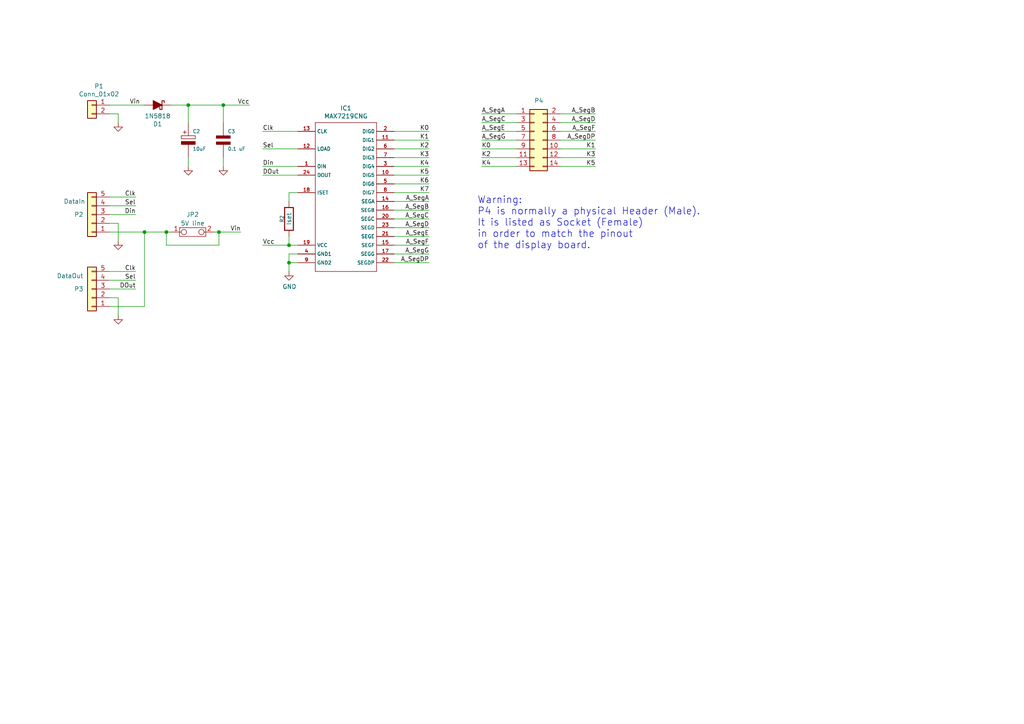
<source format=kicad_sch>
(kicad_sch (version 20210621) (generator eeschema)
  (paper "A4")
  (lib_symbols
    (symbol "Connector_Generic:Conn_01x02" (pin_names hide)
      (property "Reference" "J" (at 0 2.54 0))
      (property "Value" "Conn_01x02" (at 0 -5.08 0))
      (symbol "Conn_01x02_1_1"
        (rectangle (start -1.27 -2.413) (end 0 -2.667))
        (rectangle (start -1.27 0.127) (end 0 -0.127))
        (rectangle (start -1.27 1.27) (end 1.27 -3.81) (stroke (width 0.254)) (fill (type background)))
        (pin passive line (at -5.08 0 0) (length 3.81) (name "Pin_1") (number "1"))
        (pin passive line (at -5.08 -2.54 0) (length 3.81) (name "Pin_2") (number "2"))
      )
    )
    (symbol "Connector_Generic:Conn_01x05" (pin_names hide)
      (property "Reference" "J" (at 0 7.62 0))
      (property "Value" "Conn_01x05" (at 0 -7.62 0))
      (symbol "Conn_01x05_1_1"
        (rectangle (start -1.27 -4.953) (end 0 -5.207))
        (rectangle (start -1.27 -2.413) (end 0 -2.667))
        (rectangle (start -1.27 0.127) (end 0 -0.127))
        (rectangle (start -1.27 2.667) (end 0 2.413))
        (rectangle (start -1.27 5.207) (end 0 4.953))
        (rectangle (start -1.27 6.35) (end 1.27 -6.35) (stroke (width 0.254)) (fill (type background)))
        (pin passive line (at -5.08 5.08 0) (length 3.81) (name "Pin_1") (number "1"))
        (pin passive line (at -5.08 2.54 0) (length 3.81) (name "Pin_2") (number "2"))
        (pin passive line (at -5.08 0 0) (length 3.81) (name "Pin_3") (number "3"))
        (pin passive line (at -5.08 -2.54 0) (length 3.81) (name "Pin_4") (number "4"))
        (pin passive line (at -5.08 -5.08 0) (length 3.81) (name "Pin_5") (number "5"))
      )
    )
    (symbol "Connector_Generic:Conn_02x07_Odd_Even" (pin_names hide)
      (property "Reference" "J" (at 1.27 10.16 0))
      (property "Value" "Conn_02x07_Odd_Even" (at 1.27 -10.16 0))
      (symbol "Conn_02x07_Odd_Even_1_1"
        (rectangle (start -1.27 -7.493) (end 0 -7.747))
        (rectangle (start -1.27 -4.953) (end 0 -5.207))
        (rectangle (start -1.27 -2.413) (end 0 -2.667))
        (rectangle (start -1.27 0.127) (end 0 -0.127))
        (rectangle (start -1.27 2.667) (end 0 2.413))
        (rectangle (start -1.27 5.207) (end 0 4.953))
        (rectangle (start -1.27 7.747) (end 0 7.493))
        (rectangle (start 3.81 -7.493) (end 2.54 -7.747))
        (rectangle (start 3.81 -4.953) (end 2.54 -5.207))
        (rectangle (start 3.81 -2.413) (end 2.54 -2.667))
        (rectangle (start 3.81 0.127) (end 2.54 -0.127))
        (rectangle (start 3.81 2.667) (end 2.54 2.413))
        (rectangle (start 3.81 5.207) (end 2.54 4.953))
        (rectangle (start 3.81 7.747) (end 2.54 7.493))
        (rectangle (start -1.27 8.89) (end 3.81 -8.89) (stroke (width 0.254)) (fill (type background)))
        (pin passive line (at -5.08 7.62 0) (length 3.81) (name "Pin_1") (number "1"))
        (pin passive line (at 7.62 -2.54 180) (length 3.81) (name "Pin_10") (number "10"))
        (pin passive line (at -5.08 -5.08 0) (length 3.81) (name "Pin_11") (number "11"))
        (pin passive line (at 7.62 -5.08 180) (length 3.81) (name "Pin_12") (number "12"))
        (pin passive line (at -5.08 -7.62 0) (length 3.81) (name "Pin_13") (number "13"))
        (pin passive line (at 7.62 -7.62 180) (length 3.81) (name "Pin_14") (number "14"))
        (pin passive line (at 7.62 7.62 180) (length 3.81) (name "Pin_2") (number "2"))
        (pin passive line (at -5.08 5.08 0) (length 3.81) (name "Pin_3") (number "3"))
        (pin passive line (at 7.62 5.08 180) (length 3.81) (name "Pin_4") (number "4"))
        (pin passive line (at -5.08 2.54 0) (length 3.81) (name "Pin_5") (number "5"))
        (pin passive line (at 7.62 2.54 180) (length 3.81) (name "Pin_6") (number "6"))
        (pin passive line (at -5.08 0 0) (length 3.81) (name "Pin_7") (number "7"))
        (pin passive line (at 7.62 0 180) (length 3.81) (name "Pin_8") (number "8"))
        (pin passive line (at -5.08 -2.54 0) (length 3.81) (name "Pin_9") (number "9"))
      )
    )
    (symbol "Device:D_Schottky_ALT" (pin_numbers hide) (pin_names hide)
      (property "Reference" "D" (at 0 2.54 0))
      (property "Value" "D_Schottky_ALT" (at 0 -2.54 0))
      (symbol "D_Schottky_ALT_0_1"
        (polyline (pts (xy 1.27 0) (xy -1.27 0)))
        (polyline (pts (xy -1.905 0.635) (xy -1.905 1.27) (xy -1.27 1.27) (xy -1.27 -1.27) (xy -0.635 -1.27) (xy -0.635 -0.635)) (stroke (width 0.254)))
        (polyline (pts (xy 1.27 1.27) (xy 1.27 -1.27) (xy -1.27 0) (xy 1.27 1.27)) (stroke (width 0.254)) (fill (type outline)))
      )
      (symbol "D_Schottky_ALT_1_1"
        (pin passive line (at -3.81 0 0) (length 2.54) (name "K") (number "1"))
        (pin passive line (at 3.81 0 180) (length 2.54) (name "A") (number "2"))
      )
    )
    (symbol "GCC_Switches:JUMPER2"
      (property "Reference" "JP" (at 7.62 3.81 0))
      (property "Value" "JUMPER2" (at 7.62 -3.81 0))
      (symbol "JUMPER2_0_1"
        (circle (center 3.81 0) (radius 0.762))
        (circle (center 8.89 0) (radius 0.762))
        (rectangle (start 2.54 1.27) (end 10.16 -1.27))
      )
      (symbol "JUMPER2_1_1"
        (pin passive line (at 0 0 0) (length 3.048) (name "~") (number "1"))
        (pin passive line (at 12.7 0 180) (length 3.048) (name "~") (number "2"))
      )
    )
    (symbol "GCC_device:C" (pin_numbers hide) (pin_names (offset 0.254))
      (property "Reference" "C" (at 1.27 2.54 0))
      (property "Value" "C" (at 1.27 -2.54 0))
      (symbol "C_0_1"
        (rectangle (start -2.032 -0.508) (end 2.032 -1.27) (fill (type outline)))
        (rectangle (start -2.032 1.27) (end 2.032 0.508) (fill (type outline)))
      )
      (symbol "C_1_1"
        (pin passive line (at 0 5.08 270) (length 3.81) (name "~") (number "1"))
        (pin passive line (at 0 -5.08 90) (length 3.81) (name "~") (number "2"))
      )
    )
    (symbol "GCC_device:CP" (pin_numbers hide) (pin_names (offset 0.254) hide)
      (property "Reference" "C" (at 1.27 2.54 0))
      (property "Value" "CP" (at 1.27 -2.54 0))
      (symbol "CP_0_1"
        (rectangle (start -2.032 1.27) (end 2.032 0.381))
        (rectangle (start -2.032 -0.381) (end 2.032 -1.27) (fill (type outline)))
        (polyline (pts (xy -1.524 2.286) (xy -0.508 2.286) (xy -0.508 2.286)))
        (polyline (pts (xy -1.016 2.794) (xy -1.016 1.778) (xy -1.016 2.032)))
      )
      (symbol "CP_1_1"
        (pin passive line (at 0 5.08 270) (length 3.81) (name "~") (number "1"))
        (pin passive line (at 0 -5.08 90) (length 3.81) (name "~") (number "2"))
      )
    )
    (symbol "GCC_device:R" (pin_numbers hide) (pin_names (offset 0))
      (property "Reference" "R" (at 3.302 0 90))
      (property "Value" "R" (at 0 0 90))
      (symbol "R_0_1"
        (rectangle (start -1.27 3.302) (end 1.27 -3.302) (stroke (width 0.3048)))
      )
      (symbol "R_1_1"
        (pin passive line (at 0 5.08 270) (length 1.778) (name "~") (number "1"))
        (pin passive line (at 0 -5.08 90) (length 1.778) (name "~") (number "2"))
      )
    )
    (symbol "GCC_drivers:MAX7219CNG"
      (property "Reference" "IC" (at -10.16 20.955 0))
      (property "Value" "MAX7219CNG" (at -10.16 -25.4 0))
      (symbol "MAX7219CNG_1_0"
        (polyline (pts (xy -10.16 -22.86) (xy 7.62 -22.86)))
        (polyline (pts (xy -10.16 20.32) (xy -10.16 -22.86)))
        (polyline (pts (xy 7.62 -22.86) (xy 7.62 20.32)))
        (polyline (pts (xy 7.62 20.32) (xy -10.16 20.32)))
      )
      (symbol "MAX7219CNG_1_1"
        (pin input line (at -15.24 7.62 0) (length 5.08) (name "DIN") (number "1"))
        (pin output line (at 12.7 5.08 180) (length 5.08) (name "DIG5") (number "10"))
        (pin output line (at 12.7 15.24 180) (length 5.08) (name "DIG1") (number "11"))
        (pin input line (at -15.24 12.7 0) (length 5.08) (name "LOAD") (number "12"))
        (pin input line (at -15.24 17.78 0) (length 5.08) (name "CLK") (number "13"))
        (pin output line (at 12.7 -2.54 180) (length 5.08) (name "SEGA") (number "14"))
        (pin output line (at 12.7 -15.24 180) (length 5.08) (name "SEGF") (number "15"))
        (pin output line (at 12.7 -5.08 180) (length 5.08) (name "SEGB") (number "16"))
        (pin output line (at 12.7 -17.78 180) (length 5.08) (name "SEGG") (number "17"))
        (pin input line (at -15.24 0 0) (length 5.08) (name "ISET") (number "18"))
        (pin power_in line (at -15.24 -15.24 0) (length 5.08) (name "VCC") (number "19"))
        (pin output line (at 12.7 17.78 180) (length 5.08) (name "DIG0") (number "2"))
        (pin output line (at 12.7 -7.62 180) (length 5.08) (name "SEGC") (number "20"))
        (pin output line (at 12.7 -12.7 180) (length 5.08) (name "SEGE") (number "21"))
        (pin output line (at 12.7 -20.32 180) (length 5.08) (name "SEGDP") (number "22"))
        (pin output line (at 12.7 -10.16 180) (length 5.08) (name "SEGD") (number "23"))
        (pin output line (at -15.24 5.08 0) (length 5.08) (name "DOUT") (number "24"))
        (pin output line (at 12.7 7.62 180) (length 5.08) (name "DIG4") (number "3"))
        (pin power_in line (at -15.24 -17.78 0) (length 5.08) (name "GND1") (number "4"))
        (pin output line (at 12.7 2.54 180) (length 5.08) (name "DIG6") (number "5"))
        (pin output line (at 12.7 12.7 180) (length 5.08) (name "DIG2") (number "6"))
        (pin output line (at 12.7 10.16 180) (length 5.08) (name "DIG3") (number "7"))
        (pin output line (at 12.7 0 180) (length 5.08) (name "DIG7") (number "8"))
        (pin power_in line (at -15.24 -20.32 0) (length 5.08) (name "GND2") (number "9"))
      )
    )
    (symbol "power:GND" (power) (pin_names (offset 0))
      (property "Value" "GND" (at 0 -3.81 0))
      (symbol "GND_0_1"
        (polyline (pts (xy 0 0) (xy 0 -1.27) (xy 1.27 -1.27) (xy 0 -2.54) (xy -1.27 -1.27) (xy 0 -1.27)))
      )
      (symbol "GND_1_1"
        (pin power_in line (at 0 0 270) (length 0) hide (name "GND") (number "1"))
      )
    )
  )
  (junction (at 41.91 67.31))
  (junction (at 48.26 67.31))
  (junction (at 54.61 30.48))
  (junction (at 63.5 67.31))
  (junction (at 64.77 30.48))
  (junction (at 83.82 71.12))
  (junction (at 83.82 76.2))
  (wire (pts (xy 31.75 30.48) (xy 41.91 30.48)))
  (wire (pts (xy 31.75 33.02) (xy 34.29 33.02)))
  (wire (pts (xy 31.75 64.77) (xy 34.29 64.77)))
  (wire (pts (xy 31.75 67.31) (xy 41.91 67.31)))
  (wire (pts (xy 31.75 86.36) (xy 34.29 86.36)))
  (wire (pts (xy 31.75 88.9) (xy 41.91 88.9)))
  (wire (pts (xy 34.29 33.02) (xy 34.29 35.56)))
  (wire (pts (xy 34.29 64.77) (xy 34.29 69.85)))
  (wire (pts (xy 34.29 86.36) (xy 34.29 91.44)))
  (wire (pts (xy 39.37 57.15) (xy 31.75 57.15)))
  (wire (pts (xy 39.37 59.69) (xy 31.75 59.69)))
  (wire (pts (xy 39.37 62.23) (xy 31.75 62.23)))
  (wire (pts (xy 39.37 78.74) (xy 31.75 78.74)))
  (wire (pts (xy 39.37 81.28) (xy 31.75 81.28)))
  (wire (pts (xy 39.37 83.82) (xy 31.75 83.82)))
  (wire (pts (xy 41.91 67.31) (xy 41.91 88.9)))
  (wire (pts (xy 41.91 67.31) (xy 48.26 67.31)))
  (wire (pts (xy 48.26 67.31) (xy 48.26 71.12)))
  (wire (pts (xy 48.26 67.31) (xy 49.53 67.31)))
  (wire (pts (xy 48.26 71.12) (xy 63.5 71.12)))
  (wire (pts (xy 49.53 30.48) (xy 54.61 30.48)))
  (wire (pts (xy 54.61 30.48) (xy 54.61 35.56)))
  (wire (pts (xy 54.61 30.48) (xy 64.77 30.48)))
  (wire (pts (xy 54.61 45.72) (xy 54.61 48.26)))
  (wire (pts (xy 62.23 67.31) (xy 63.5 67.31)))
  (wire (pts (xy 63.5 67.31) (xy 69.85 67.31)))
  (wire (pts (xy 63.5 71.12) (xy 63.5 67.31)))
  (wire (pts (xy 64.77 30.48) (xy 64.77 35.56)))
  (wire (pts (xy 64.77 30.48) (xy 72.39 30.48)))
  (wire (pts (xy 64.77 45.72) (xy 64.77 48.26)))
  (wire (pts (xy 76.2 38.1) (xy 86.36 38.1)))
  (wire (pts (xy 76.2 43.18) (xy 86.36 43.18)))
  (wire (pts (xy 76.2 48.26) (xy 86.36 48.26)))
  (wire (pts (xy 76.2 50.8) (xy 86.36 50.8)))
  (wire (pts (xy 76.2 71.12) (xy 83.82 71.12)))
  (wire (pts (xy 83.82 55.88) (xy 86.36 55.88)))
  (wire (pts (xy 83.82 58.42) (xy 83.82 55.88)))
  (wire (pts (xy 83.82 68.58) (xy 83.82 71.12)))
  (wire (pts (xy 83.82 71.12) (xy 86.36 71.12)))
  (wire (pts (xy 83.82 73.66) (xy 83.82 76.2)))
  (wire (pts (xy 83.82 76.2) (xy 83.82 78.74)))
  (wire (pts (xy 86.36 73.66) (xy 83.82 73.66)))
  (wire (pts (xy 86.36 76.2) (xy 83.82 76.2)))
  (wire (pts (xy 114.3 38.1) (xy 124.46 38.1)))
  (wire (pts (xy 114.3 40.64) (xy 124.46 40.64)))
  (wire (pts (xy 114.3 43.18) (xy 124.46 43.18)))
  (wire (pts (xy 114.3 45.72) (xy 124.46 45.72)))
  (wire (pts (xy 114.3 48.26) (xy 124.46 48.26)))
  (wire (pts (xy 114.3 50.8) (xy 124.46 50.8)))
  (wire (pts (xy 114.3 53.34) (xy 124.46 53.34)))
  (wire (pts (xy 114.3 55.88) (xy 124.46 55.88)))
  (wire (pts (xy 124.46 58.42) (xy 114.3 58.42)))
  (wire (pts (xy 124.46 60.96) (xy 114.3 60.96)))
  (wire (pts (xy 124.46 63.5) (xy 114.3 63.5)))
  (wire (pts (xy 124.46 66.04) (xy 114.3 66.04)))
  (wire (pts (xy 124.46 68.58) (xy 114.3 68.58)))
  (wire (pts (xy 124.46 71.12) (xy 114.3 71.12)))
  (wire (pts (xy 124.46 73.66) (xy 114.3 73.66)))
  (wire (pts (xy 124.46 76.2) (xy 114.3 76.2)))
  (wire (pts (xy 139.7 33.02) (xy 149.86 33.02)))
  (wire (pts (xy 139.7 35.56) (xy 149.86 35.56)))
  (wire (pts (xy 139.7 38.1) (xy 149.86 38.1)))
  (wire (pts (xy 139.7 40.64) (xy 149.86 40.64)))
  (wire (pts (xy 149.86 43.18) (xy 139.7 43.18)))
  (wire (pts (xy 149.86 45.72) (xy 139.7 45.72)))
  (wire (pts (xy 149.86 48.26) (xy 139.7 48.26)))
  (wire (pts (xy 162.56 48.26) (xy 172.72 48.26)))
  (wire (pts (xy 172.72 33.02) (xy 162.56 33.02)))
  (wire (pts (xy 172.72 35.56) (xy 162.56 35.56)))
  (wire (pts (xy 172.72 38.1) (xy 162.56 38.1)))
  (wire (pts (xy 172.72 40.64) (xy 162.56 40.64)))
  (wire (pts (xy 172.72 43.18) (xy 162.56 43.18)))
  (wire (pts (xy 172.72 45.72) (xy 162.56 45.72)))
  (text "Warning:\nP4 is normally a physical Header (Male).\nIt is listed as Socket (Female)\nin order to match the pinout\nof the display board." (at 138.43 72.39 0) (effects (font (size 2.032 2.032)) (justify left bottom)))
  (label "Clk" (at 39.37 57.15 180))
  (label "Sel" (at 39.37 59.69 180))
  (label "Din" (at 39.37 62.23 180))
  (label "Clk" (at 39.37 78.74 180))
  (label "Sel" (at 39.37 81.28 180))
  (label "DOut" (at 39.37 83.82 180))
  (label "Vin" (at 40.64 30.48 180))
  (label "Vin" (at 69.85 67.31 180))
  (label "Vcc" (at 72.39 30.48 180))
  (label "Clk" (at 76.2 38.1 0))
  (label "Sel" (at 76.2 43.18 0))
  (label "Din" (at 76.2 48.26 0))
  (label "DOut" (at 76.2 50.8 0))
  (label "Vcc" (at 76.2 71.12 0))
  (label "K0" (at 124.46 38.1 180))
  (label "K1" (at 124.46 40.64 180))
  (label "K2" (at 124.46 43.18 180))
  (label "K3" (at 124.46 45.72 180))
  (label "K4" (at 124.46 48.26 180))
  (label "K5" (at 124.46 50.8 180))
  (label "K6" (at 124.46 53.34 180))
  (label "K7" (at 124.46 55.88 180))
  (label "A_SegA" (at 124.46 58.42 180))
  (label "A_SegB" (at 124.46 60.96 180))
  (label "A_SegC" (at 124.46 63.5 180))
  (label "A_SegD" (at 124.46 66.04 180))
  (label "A_SegE" (at 124.46 68.58 180))
  (label "A_SegF" (at 124.46 71.12 180))
  (label "A_SegG" (at 124.46 73.66 180))
  (label "A_SegDP" (at 124.46 76.2 180))
  (label "A_SegA" (at 139.7 33.02 0))
  (label "A_SegC" (at 139.7 35.56 0))
  (label "A_SegE" (at 139.7 38.1 0))
  (label "A_SegG" (at 139.7 40.64 0))
  (label "K0" (at 139.7 43.18 0))
  (label "K2" (at 139.7 45.72 0))
  (label "K4" (at 139.7 48.26 0))
  (label "A_SegB" (at 172.72 33.02 180))
  (label "A_SegD" (at 172.72 35.56 180))
  (label "A_SegF" (at 172.72 38.1 180))
  (label "A_SegDP" (at 172.72 40.64 180))
  (label "K1" (at 172.72 43.18 180))
  (label "K3" (at 172.72 45.72 180))
  (label "K5" (at 172.72 48.26 180))
  (symbol (lib_id "power:GND") (at 34.29 35.56 0) (unit 1)
    (property "Reference" "#PWR04" (effects hide))
    (property "Value" "GND" (effects hide))
    (property "Source" "ANY" (effects hide))
    (property "Critical" "N" (effects hide))
  )
  (symbol (lib_id "power:GND") (at 34.29 69.85 0) (unit 1)
    (property "Reference" "#PWR03" (effects hide))
    (property "Value" "GND" (effects hide))
    (property "Source" "ANY" (effects hide))
    (property "Critical" "N" (effects hide))
  )
  (symbol (lib_id "power:GND") (at 34.29 91.44 0) (unit 1)
    (property "Reference" "#PWR011" (effects hide))
    (property "Value" "GND" (effects hide))
    (property "Source" "ANY" (effects hide))
    (property "Critical" "N" (effects hide))
  )
  (symbol (lib_id "power:GND") (at 54.61 48.26 0) (unit 1)
    (property "Reference" "#PWR08" (effects hide))
    (property "Value" "GND" (effects hide))
    (property "Source" "ANY" (effects hide))
    (property "Critical" "N" (effects hide))
  )
  (symbol (lib_id "power:GND") (at 64.77 48.26 0) (unit 1)
    (property "Reference" "#PWR09" (effects hide))
    (property "Value" "GND" (effects hide))
    (property "Source" "ANY" (effects hide))
    (property "Critical" "N" (effects hide))
  )
  (symbol (lib_id "power:GND") (at 83.82 78.74 0) (unit 1)
    (property "Reference" "#PWR02" (effects hide))
    (property "Value" "GND" (at 83.947 83.1342 0))
  )
  (symbol (lib_id "Device:D_Schottky_ALT") (at 45.72 30.48 0) (mirror y) (unit 1)
    (property "Reference" "D1" (at 45.72 35.9664 0))
    (property "Value" "1N5818" (at 45.72 33.655 0))
    (property "Footprint" "Diode_SMD:D_SMA_Handsoldering" (effects hide))
  )
  (symbol (lib_id "GCC_device:R") (at 83.82 63.5 180) (unit 1)
    (property "Reference" "R2" (at 81.788 63.5 90) (effects (font (size 1.016 1.016))))
    (property "Value" "Iset" (at 83.82 63.5 90))
    (property "Footprint" "Resistor_THT:R_Axial_DIN0207_L6.3mm_D2.5mm_P10.16mm_Horizontal" (effects hide))
    (property "Characteristics" "RESISTOR, METAL GLAZE/THICK FILM, 0.125W, 1%" (effects hide))
  )
  (symbol (lib_id "GCC_Switches:JUMPER2") (at 49.53 67.31 0) (unit 1)
    (property "Reference" "JP2" (at 55.88 62.23 0))
    (property "Value" "5V line" (at 55.88 64.77 0))
    (property "Footprint" "Jumper:SolderJumper-2_P1.3mm_Bridged_Pad1.0x1.5mm" (effects hide))
  )
  (symbol (lib_id "Connector_Generic:Conn_01x02") (at 26.67 30.48 0) (mirror y) (unit 1)
    (property "Reference" "P1" (at 28.702 24.9998 0))
    (property "Value" "Conn_01x02" (at 28.702 27.2985 0))
    (property "Footprint" "Connector_PinHeader_2.54mm:PinHeader_1x02_P2.54mm_Vertical" (effects hide))
  )
  (symbol (lib_id "GCC_device:CP") (at 54.61 40.64 0) (unit 1)
    (property "Reference" "C2" (at 55.88 38.1 0) (effects (font (size 1.016 1.016)) (justify left)))
    (property "Value" "10uF" (at 55.88 43.18 0) (effects (font (size 1.016 1.016)) (justify left)))
    (property "Footprint" "Capacitor_THT:CP_Radial_D5.0mm_P2.50mm" (effects hide))
    (property "Characteristics" "CAPACITOR, ALUMINUM ELECTROLYTIC, NON SOLID, POLARIZED, 50 V, 47 uF, SURFACE MOUNT, 3131, CHIP, ROHS COMPLIANT" (effects hide))
    (property "Notes" "ESR between 0.33Ω and 22Ω" (effects hide))
  )
  (symbol (lib_id "GCC_device:C") (at 64.77 40.64 0) (unit 1)
    (property "Reference" "C3" (at 66.04 38.1 0) (effects (font (size 1.016 1.016)) (justify left)))
    (property "Value" "0.1 uF" (at 66.04 43.18 0) (effects (font (size 1.016 1.016)) (justify left)))
    (property "Footprint" "Capacitor_SMD:C_1206_3216Metric_Pad1.42x1.75mm_HandSolder" (effects hide))
    (property "Characteristics" "CAPACITOR, CERAMIC, MULTILAYER, 100 V, X7R, 0.1 uF, SURFACE MOUNT, 0805, CHIP, ROHS COMPLIANT" (effects hide))
  )
  (symbol (lib_id "Connector_Generic:Conn_01x05") (at 26.67 62.23 180) (unit 1)
    (property "Reference" "P2" (at 22.86 62.23 0))
    (property "Value" "DataIn" (at 21.59 58.42 0))
    (property "Footprint" "Connector_PinHeader_2.54mm:PinHeader_1x05_P2.54mm_Vertical" (effects hide))
  )
  (symbol (lib_id "Connector_Generic:Conn_01x05") (at 26.67 83.82 180) (unit 1)
    (property "Reference" "P3" (at 22.86 83.82 0))
    (property "Value" "DataOut" (at 20.32 80.01 0))
    (property "Footprint" "Connector_PinHeader_2.54mm:PinHeader_1x05_P2.54mm_Vertical" (effects hide))
  )
  (symbol (lib_id "Connector_Generic:Conn_02x07_Odd_Even") (at 154.94 40.64 0) (unit 1)
    (property "Reference" "P4" (at 154.94 29.21 0) (effects (justify left)))
    (property "Value" "D0-D5" (effects hide))
    (property "Footprint" "Connector_PinSocket_2.54mm:PinSocket_2x07_P2.54mm_Vertical" (effects hide))
  )
  (symbol (lib_id "GCC_drivers:MAX7219CNG") (at 101.6 55.88 0) (unit 1)
    (property "Reference" "IC1" (at 100.33 31.369 0))
    (property "Value" "MAX7219CNG" (at 100.33 33.6804 0))
    (property "Footprint" "Package_DIP:DIP-24_W7.62mm_Socket" (effects hide))
  )
)
</source>
